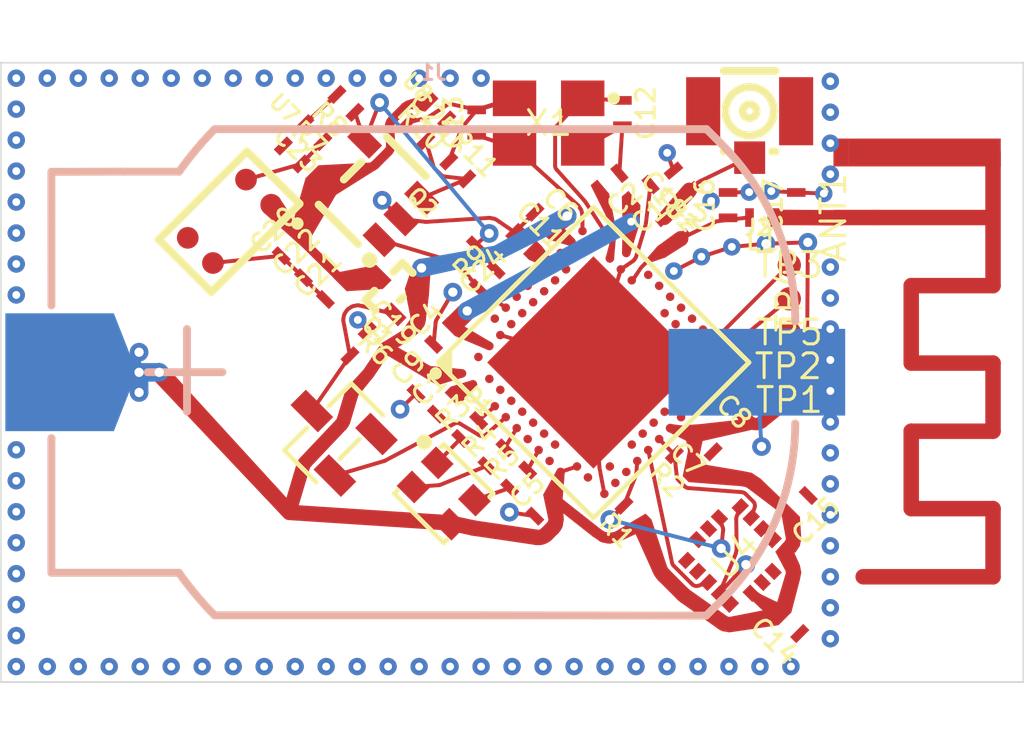
<source format=kicad_pcb>
(kicad_pcb (version 20221018) (generator jitx)
  (layers (0 F.Cu signal) (31 B.Cu signal) (34 "B.Paste" user) (35 "F.Paste" user) (36 "B.SilkS" user "B.Silkscreen") (37 "F.SilkS" user "F.Silkscreen") (38 "B.Mask" user) (39 "F.Mask" user) (44 "Edge.Cuts" user))
  (net 1 "SA0")
  (net 2 "WAKE")
  (net 3 "mcu_control-pins2_control-pins_timer")
  (net 4 "mcu_debug_swdclk")
  (net 5 "Rg_p1")
  (net 6 "TEST-LAUNCH")
  (net 7 "vout")
  (net 8 "mcu_vdda-sw_gpio")
  (net 9 "XC1")
  (net 10 "VDDA")
  (net 11 "gnd")
  (net 12 "mcu_control-pins1_control-pins_timer")
  (net 13 "DEC6")
  (net 14 "r")
  (net 15 "op-")
  (net 16 "vref")
  (net 17 "G")
  (net 18 "LAUNCH")
  (net 19 "DEC2")
  (net 20 "I2C_sda")
  (net 21 "FEED")
  (net 22 "acc_ADC3")
  (net 23 "b")
  (net 24 "VDD")
  (net 25 "mcu_debug_swo")
  (net 26 "DEC3")
  (net 27 "signal")
  (net 28 "acc_ADC2")
  (net 29 "mcu_control-pins0_control-pins_timer")
  (net 30 "DEC1")
  (net 31 "acc_ADC1")
  (net 32 "g")
  (net 33 "mcu_debug_swdio")
  (net 34 "XC2")
  (net 35 "CS")
  (net 36 "I2C_scl")
  (net 37 "acc_INT2")
  (footprint "nrf-pours:dummy0" (layer F.Cu) (at 153.196030303803 103.0 0.0))
  (footprint "nrf-pours:dummy1" (layer F.Cu) (at 152.821030303803 100.9 0.0))
  (footprint "nrf-pours:dummy2" (layer F.Cu) (at 144.832983899709 102.556347810678 0.0))
  (footprint "nrf-pours:dummy3" (layer F.Cu) (at 132.157650331006 103.102069802981 0.0))
  (footprint "nrf-pours:dummy4" (layer F.Cu) (at 134.675619745047 104.953689406591 0.0))
  (footprint "nrf-pours:dummy5" (layer F.Cu) (at 133.700655156591 104.714793602608 0.0))
  (footprint "nrf-pours:dummy6" (layer F.Cu) (at 133.940110328976 101.83009276042 0.0))
  (footprint "nrf-pours:dummy7" (layer F.Cu) (at 136.534676752677 99.2695423323119 0.0))
  (footprint "nrf-pours:dummy8" (layer F.Cu) (at 133.139975800043 102.638826878914 0.0))
  (footprint "nrf-pours:dummy9" (layer F.Cu) (at 132.987090873823 104.00882747385 0.0))
  (footprint "nrf-pours:dummy10" (layer F.Cu) (at 140.686835104703 104.584469609966 0.0))
  (footprint "nrf-pours:dummy11" (layer F.Cu) (at 137.793508374407 106.270954232536 0.0))
  (footprint "nrf-pours:dummy12" (layer F.Cu) (at 143.341259250614 102.77734493568 0.0))
  (footprint "nrf-pours:dummy13" (layer F.Cu) (at 143.335394426892 103.567491342428 0.0))
  (footprint "nrf-pours:dummy14" (layer F.Cu) (at 138.069859005388 106.745352757685 0.0))
  (footprint "nrf-pours:dummy15" (layer F.Cu) (at 140.352528170293 104.191431937261 0.0))
  (footprint "nrf-pours:dummy16" (layer F.Cu) (at 144.18363683328 104.172406911218 0.0))
  (footprint "nrf-pours:dummy17" (layer F.Cu) (at 143.648798420485 104.686855788887 0.0))
  (footprint "nrf-pours:dummy18" (layer F.Cu) (at 144.659152069015 103.871942399096 0.0))
  (footprint "nrf-pours:dummy19" (layer F.Cu) (at 127.788392857143 107.999017857143 0.0))
  (footprint "nrf-pours:dummy20" (layer F.Cu) (at 127.463392857143 108.324017857143 0.0))
  (footprint "nrf-pours:dummy21" (layer F.Cu) (at 125.456696428571 107.995 0.0))
  (footprint "nrf-pours:dummy22" (layer F.Cu) (at 138.928738806268 103.789820054606 0.0))
  (footprint "nrf-pours:dummy23" (layer F.Cu) (at 147.791664539424 115.57452717426 0.0))
  (footprint "nrf-pours:dummy24" (layer F.Cu) (at 146.89768109769 111.895171261956 0.0))
  (footprint "nrf-pours:dummy25" (layer F.Cu) (at 134.58429541809 108.355955913305 0.0))
  (footprint "nrf-pours:dummy26" (layer F.Cu) (at 145.092010958529 109.980159332768 0.0))
  (footprint "nrf-pours:dummy27" (layer F.Cu) (at 146.723202003174 108.329112642467 0.0))
  (footprint "nrf-pours:dummy28" (layer F.Cu) (at 148.363914168919 114.818676706366 0.0))
  (footprint "nrf-pours:dummy29" (layer F.Cu) (at 136.28621506185 106.635754482965 0.0))
  (footprint "nrf-pours:dummy30" (layer F.Cu) (at 136.42746241043 105.62561531101 0.0))
  (footprint "nrf-pours:dummy31" (layer F.Cu) (at 136.458107702016 105.063317943644 0.0))
  (footprint "nrf-pours:dummy32" (layer F.Cu) (at 141.032376846273 103.512887558251 0.0))
  (footprint "nrf-pours:dummy33" (layer F.Cu) (at 145.363771657624 110.610181461888 0.0))
  (footprint "nrf-pours:dummy34" (layer F.Cu) (at 130.188611668259 110.235009575374 0.0))
  (footprint "nrf-pours:dummy35" (layer F.Cu) (at 141.044393626727 103.185161636534 0.0))
  (footprint "nrf-pours:dummy36" (layer F.Cu) (at 148.415314640163 113.14128053654 0.0))
  (footprint "nrf-pours:dummy37" (layer F.Cu) (at 143.938761684823 113.503667282363 0.0))
  (footprint "nrf-pours:dummy38" (layer F.Cu) (at 147.393139892784 115.970000108459 0.0))
  (footprint "nrf-pours:dummy39" (layer F.Cu) (at 135.76303238669 106.994777470063 0.0))
  (footprint "nrf-pours:dummy40" (layer F.Cu) (at 146.904649092335 108.642440592089 0.0))
  (footprint "nrf-pours:dummy41" (layer F.Cu) (at 140.837598242421 112.373634496671 0.0))
  (footprint "nrf-pours:dummy42" (layer F.Cu) (at 146.860309529747 109.508072952728 0.0))
  (footprint "nrf-pours:dummy43" (layer F.Cu) (at 137.344144888484 108.105735092766 0.0))
  (footprint "nrf-pours:dummy44" (layer F.Cu) (at 143.327610350271 113.045824264322 0.0))
  (footprint "nrf-pours:dummy45" (layer F.Cu) (at 141.495827693592 112.611250418279 0.0))
  (footprint "nrf-pours:dummy46" (layer F.Cu) (at 140.852458854769 111.725714224405 0.0))
  (footprint "nrf-pours:dummy47" (layer F.Cu) (at 136.260674678079 107.707959954737 0.0))
  (footprint "nrf-pours:dummy48" (layer F.Cu) (at 142.45256248672 103.11795330726 0.0))
  (footprint "nrf-pours:dummy49" (layer F.Cu) (at 137.850773056959 108.664542366255 0.0))
  (footprint "nrf-pours:Pkg0402_18" (layer F.Cu) (at 139.713682040893 111.445044312928 135.0)
    (fp_text reference "R5")
    (fp_text value "510R")
  )
  (footprint "nrf-pours:Pkg0402_7" (layer F.Cu) (at 137.747686254853 101.465561728279 45.0)
    (fp_text reference "R11")
    (fp_text value "51K")
  )
  (footprint "nrf-pours:Pkg0402_3" (layer F.Cu) (at 137.101750984991 99.5593579789853 225.0)
    (fp_text reference "R10")
    (fp_text value "51K")
  )
  (footprint "nrf-pours:Pkg0402_11" (layer F.Cu) (at 138.979449755519 110.726947454605 135.0)
    (fp_text reference "R4")
    (fp_text value "1K8")
  )
  (footprint "nrf-pours:LP_2" (layer F.Cu) (at 135.644695203656 105.342065491754 315.0)
    (fp_text reference "Q2")
    (fp_text value "~")
  )
  (footprint "nrf-pours:Pkg0402_30" (layer F.Cu) (at 145.027693712564 110.944502821074 225.0)
    (fp_text reference "R2")
    (fp_text value "8K2")
  )
  (footprint "nrf-pours:Pkg0402_29" (layer F.Cu) (at 138.027885954711 104.175682424828 315.0)
    (fp_text reference "C24")
    (fp_text value "150p")
  )
  (footprint "nrf-pours:Pkg0402_26" (layer F.Cu) (at 137.349153771548 109.058839732051 135.0)
    (fp_text reference "C1")
    (fp_text value "100n")
  )
  (footprint "nrf-pours:Pkg0402_33" (layer F.Cu) (at 138.693849509647 104.982611358321 135.0)
    (fp_text reference "R9")
    (fp_text value "51K")
  )
  (footprint "nrf-pours:Pkg0402_31" (layer F.Cu) (at 142.648843199909 101.834374169421 310.0)
    (fp_text reference "C2")
    (fp_text value "100p")
  )
  (footprint "nrf-pours:SMD_TESTPT" (layer F.Cu) (at 148.446810220819 106.71452554388 0.0)
    (fp_text value "~" hide)
    (fp_text reference "TP5")
  )
  (footprint "nrf-pours:LP" (layer F.Cu) (at 137.294626309186 111.912456421559 315.0)
    (fp_text reference "D1")
    (fp_text value "~")
  )
  (footprint "nrf-pours:Pkg0402_6" (layer F.Cu) (at 144.699435472139 103.330584557432 40.0)
    (fp_text reference "L2")
    (fp_text value "4.7n")
  )
  (footprint "nrf-pours:Pkg0402_4" (layer F.Cu) (at 138.133041209956 109.844771894062 135.0)
    (fp_text reference "R3")
    (fp_text value "1K8")
  )
  (footprint "nrf-pours:Pkg0402_21" (layer F.Cu) (at 133.102670557979 100.258567725559 225.0)
    (fp_text reference "C23")
    (fp_text value "1u")
  )
  (footprint "nrf-pours:Pkg0402_23" (layer F.Cu) (at 134.13948110752 99.3146746713034 225.0)
    (fp_text reference "R8")
    (fp_text value "1K5")
  )
  (footprint "nrf-pours:Pkg0402_35" (layer F.Cu) (at 144.970123569026 101.797755816059 220.0)
    (fp_text reference "C18")
    (fp_text value "500f")
  )
  (footprint "nrf-pours:SMD_TESTPT" (layer F.Cu) (at 148.414822056908 107.804200937985 0.0)
    (fp_text value "~" hide)
    (fp_text reference "TP2")
  )
  (footprint "nrf-pours:Pkg0402_8" (layer F.Cu) (at 140.524098242421 112.352756323603 135.0)
    (fp_text reference "C5")
    (fp_text value "4.7u")
  )
  (footprint "nrf-pours:SMD_TESTPT" (layer F.Cu) (at 148.446810220819 104.53517475567 0.0)
    (fp_text value "~" hide)
    (fp_text reference "TP3")
  )
  (footprint "nrf-pours:SMD_TESTPT" (layer F.Cu) (at 148.446810220819 108.89387633209 0.0)
    (fp_text value "~" hide)
    (fp_text reference "TP1")
  )
  (footprint "nrf-pours:Pkg0402" (layer F.Cu) (at 137.256995582516 106.805347616656 135.0)
    (fp_text reference "C4")
    (fp_text value "1u")
  )
  (footprint "nrf-pours:SMD_TESTPT" (layer F.Cu) (at 148.446810220819 105.624850149775 90.0)
    (fp_text value "~" hide)
    (fp_text reference "TP4")
  )
  (footprint "nrf-pours:LP_1" (layer F.Cu) (at 147.176757675186 99.8785654974479 180.0)
    (fp_text reference "J2")
    (fp_text value "~")
  )
  (footprint "nrf-pours:Pkg0402_24" (layer F.Cu) (at 147.194464739008 108.741533675068 225.0)
    (fp_text reference "C8")
    (fp_text value "100n")
  )
  (footprint "nrf-pours:Pkg0402_28" (layer F.Cu) (at 136.68945082519 108.395550739439 135.0)
    (fp_text reference "C9")
    (fp_text value "1u")
  )
  (footprint "nrf-pours:Pkg0402_1" (layer F.Cu) (at 133.764016202939 105.356369542349 135.0)
    (fp_text reference "C21")
    (fp_text value "10u")
  )
  (footprint "nrf-pours:XDCR_LIS3DHTR" (layer F.Cu) (at 146.70527874732 113.914018447543 225.0)
    (fp_text value "~" hide)
    (fp_text reference "U4")
  )
  (footprint "nrf-pours:ANTENNA_2GHZ4_INVERTED_F_GEOMETRY" (layer F.Cu) (at 149.871030303803 103.0 270.0)
    (fp_text value "~" hide)
    (fp_text reference "ANT1")
  )
  (footprint "nrf-pours:LP_4" (layer F.Cu) (at 134.989778266065 102.124979800699 315.0)
    (fp_text reference "U8")
    (fp_text value "~")
  )
  (footprint "nrf-pours:Pkg0402_34" (layer F.Cu) (at 143.6552311592 102.198541122058 310.0)
    (fp_text reference "C10")
    (fp_text value "100n")
  )
  (footprint "nrf-pours:Pkg0402_2" (layer F.Cu) (at 148.767668482815 112.266208409492 315.0)
    (fp_text reference "C15")
    (fp_text value "100n")
  )
  (footprint "nrf-pours:Pkg0402_16" (layer F.Cu) (at 132.40978450465 100.979187681433 45.0)
    (fp_text reference "R7")
    (fp_text value "0R")
  )
  (footprint "nrf-pours:Pkg0402_32" (layer F.Cu) (at 148.493988444506 116.143867232769 225.0)
    (fp_text reference "C14")
    (fp_text value "10u")
  )
  (footprint "nrf-pours:Pkg0402_19" (layer F.Cu) (at 145.699849602684 110.275860102703 225.0)
    (fp_text reference "C7")
    (fp_text value "100n")
  )
  (footprint "nrf-pours:LP_6" (layer F.Cu) (at 142.125389109559 107.679228748611 315.0)
    (fp_text reference "U2")
    (fp_text value "~")
  )
  (footprint "nrf-pours:Pkg0402_15" (layer F.Cu) (at 140.530380834836 103.119543135079 45.0)
    (fp_text reference "C6")
    (fp_text value "100n")
  )
  (footprint "nrf-pours:Pkg0402_9" (layer F.Cu) (at 133.057662816897 104.652848956214 135.0)
    (fp_text reference "C22")
    (fp_text value "10n")
  )
  (footprint "nrf-pours:Pkg0402_14" (layer F.Cu) (at 132.336887637403 103.944437284832 135.0)
    (fp_text reference "C20")
    (fp_text value "100n")
  )
  (footprint "nrf-pours:Pkg0402_27" (layer F.Cu) (at 138.357818164243 99.9333874537255 180.0)
    (fp_text reference "C13")
    (fp_text value "15p")
  )
  (footprint "nrf-pours:LP_5" (layer F.Cu) (at 130.36902013394 103.133472178763 315.0)
    (fp_text reference "U7")
    (fp_text value "~")
  )
  (footprint "nrf-pours:XTAL_4_3225" (layer F.Cu) (at 140.679609459767 99.9504122753705 180.0)
    (fp_text value "~" hide)
    (fp_text reference "X1")
  )
  (footprint "nrf-pours:Pkg0402_22" (layer F.Cu) (at 143.060657623515 99.6270200854039 0.0)
    (fp_text reference "C12")
    (fp_text value "15p")
  )
  (footprint "nrf-pours:Pkg0402_12" (layer F.Cu) (at 139.877790264062 103.769525111912 45.0)
    (fp_text reference "C11")
    (fp_text value "100n")
  )
  (footprint "nrf-pours:LP_3" (layer B.Cu) (at 136.7 108.0 0.0)
    (fp_text reference "J1")
    (fp_text value "~")
  )
  (footprint "nrf-pours:Pkg0402_17" (layer F.Cu) (at 136.424904340565 100.225629593177 45.0)
    (fp_text reference "C25")
    (fp_text value "10n")
  )
  (footprint "nrf-pours:Pkg0402_25" (layer F.Cu) (at 135.114960457923 106.939292252937 45.0)
    (fp_text reference "C19")
    (fp_text value "100n")
  )
  (footprint "nrf-pours:Pkg0402_5" (layer F.Cu) (at 146.471574144289 102.6 180.0)
    (fp_text reference "C16")
    (fp_text value "800f")
  )
  (footprint "nrf-pours:Pkg0402_10" (layer F.Cu) (at 148.671574144289 102.6 180.0)
    (fp_text reference "C17")
    (fp_text value "500f")
  )
  (footprint "nrf-pours:Pkg0402_13" (layer F.Cu) (at 147.571574144289 103.0 270.0)
    (fp_text reference "L1")
    (fp_text value "4.7n")
  )
  (footprint "nrf-pours:Pkg0402_20" (layer F.Cu) (at 134.559103634867 107.753684700701 45.0)
    (fp_text reference "R6")
    (fp_text value "910K")
  )
  (footprint "nrf-pours:Pkg0402_30" (layer F.Cu) (at 143.401807495489 112.583127119104 225.0)
    (fp_text reference "R1")
    (fp_text value "8K2")
  )
  (footprint "nrf-pours:LP_7" (layer F.Cu) (at 133.745606089823 109.954779426337 315.0)
    (fp_text reference "Q1")
    (fp_text value "~")
  )
  (segment (start 155.021030303803 100.9) (end 155.021030303803 105.2) (layer F.Cu) (width 0.5) (net 0))
  (segment (start 155.021030303803 105.2) (end 152.381030303803 105.2) (layer F.Cu) (width 0.5) (net 0))
  (segment (start 152.381030303803 105.2) (end 152.381030303803 107.7) (layer F.Cu) (width 0.5) (net 0))
  (segment (start 152.381030303803 107.7) (end 155.021030303803 107.7) (layer F.Cu) (width 0.5) (net 0))
  (segment (start 155.021030303803 107.7) (end 155.021030303803 109.9) (layer F.Cu) (width 0.5) (net 0))
  (segment (start 155.021030303803 109.9) (end 152.381030303803 109.9) (layer F.Cu) (width 0.5) (net 0))
  (segment (start 152.381030303803 109.9) (end 152.381030303803 112.4) (layer F.Cu) (width 0.5) (net 0))
  (segment (start 152.381030303803 112.4) (end 155.021030303803 112.4) (layer F.Cu) (width 0.5) (net 0))
  (segment (start 155.021030303803 112.4) (end 155.021030303803 114.6) (layer F.Cu) (width 0.5) (net 0))
  (segment (start 155.021030303803 114.6) (end 150.831030303803 114.6) (layer F.Cu) (width 0.5) (net 0))
  (segment (start 144.246709453118 110.154102482764) (end 144.737878065891 110.6546871744) (layer F.Cu) (width 0.127) (net 36))
  (segment (start 147.21793116368 112.694259249996) (end 147.327869013243 112.36581835846) (layer F.Cu) (width 0.127) (net 36))
  (arc (start 147.327869013243 112.36581835846) (mid 147.332651808155 112.261698778097) (end 147.281924327378 112.170646678528) (layer F.Cu) (width 0.127) (net 36))
  (segment (start 147.281924327378 112.170646678528) (end 147.034436953962 111.923159305112) (layer F.Cu) (width 0.127) (net 36))
  (arc (start 147.034436953962 111.923159305112) (mid 146.97932431721 111.884786602947) (end 146.914320711139 111.867922493156) (layer F.Cu) (width 0.127) (net 36))
  (segment (start 146.914320711139 111.867922493156) (end 145.189882808868 111.735484238855) (layer F.Cu) (width 0.127) (net 36))
  (arc (start 145.189882808868 111.735484238855) (mid 145.124879202797 111.718620129064) (end 145.069766566045 111.680247426898) (layer F.Cu) (width 0.127) (net 36))
  (segment (start 145.069766566045 111.680247426898) (end 144.871580400087 111.48206126094) (layer F.Cu) (width 0.127) (net 36))
  (arc (start 144.871580400087 111.48206126094) (mid 144.834572870182 111.429852599721) (end 144.816942717154 111.368334478163) (layer F.Cu) (width 0.127) (net 36))
  (segment (start 144.816942717154 111.368334478163) (end 144.737878065891 110.6546871744) (layer F.Cu) (width 0.127) (net 36))
  (segment (start 143.893156062525 110.507655873357) (end 144.662743065586 114.14787590278) (layer F.Cu) (width 0.127) (net 2))
  (arc (start 144.662743065586 114.14787590278) (mid 144.681659038967 114.199279872342) (end 144.714419604889 114.243176654185) (layer F.Cu) (width 0.127) (net 2))
  (segment (start 144.714419604889 114.243176654185) (end 145.315460368898 114.844217418194) (layer F.Cu) (width 0.127) (net 2))
  (arc (start 145.315460368898 114.844217418194) (mid 145.406512468467 114.894944898972) (end 145.51063204883 114.89016210406) (layer F.Cu) (width 0.127) (net 2))
  (segment (start 145.51063204883 114.89016210406) (end 145.839072940366 114.780224254497) (layer F.Cu) (width 0.127) (net 2))
  (segment (start 140.357622156592 110.507655873357) (end 140.003497687567 111.155228666254) (layer F.Cu) (width 0.127) (net 3))
  (segment (start 146.014476406085 106.972121967425) (end 148.446810220819 104.53517475567) (layer F.Cu) (width 0.127) (net 4))
  (segment (start 132.812854911305 99.968752078886) (end 133.849665460847 99.02485902463) (layer F.Cu) (width 0.127) (net 5))
  (segment (start 145.222184499386 102.118619185211) (end 145.42604889954 101.930213118621) (layer F.Cu) (width 0.127) (net 6))
  (arc (start 145.42604889954 101.930213118621) (mid 145.440301269514 101.917589864468) (end 145.455074834803 101.905580769418) (layer F.Cu) (width 0.127) (net 6))
  (segment (start 145.455074834803 101.905580769418) (end 145.491489990536 101.877237716034) (layer F.Cu) (width 0.127) (net 6))
  (arc (start 145.491489990536 101.877237716034) (mid 145.521759040091 101.855626030044) (end 145.55370938438 101.836587757219) (layer F.Cu) (width 0.127) (net 6))
  (segment (start 145.55370938438 101.836587757219) (end 145.594292998111 101.814625003778) (layer F.Cu) (width 0.127) (net 6))
  (arc (start 145.594292998111 101.814625003778) (mid 145.603136793127 101.809965226242) (end 145.612081912129 101.805503042582) (layer F.Cu) (width 0.127) (net 6))
  (segment (start 145.612081912129 101.805503042582) (end 147.056804192448 101.104748096517) (layer F.Cu) (width 0.127) (net 6))
  (segment (start 137.738070308038 104.465498071502) (end 135.23726563948 103.715970058368) (layer F.Cu) (width 0.127) (net 7))
  (segment (start 139.296961984813 105.911461795645) (end 138.404033862973 105.272427004994) (layer F.Cu) (width 0.127) (net 7))
  (segment (start 137.738070308038 104.465498071502) (end 138.404033862973 105.272427004994) (layer F.Cu) (width 0.127) (net 7))
  (segment (start 139.296961984813 109.446995701577) (end 138.662150808597 110.008834527414) (layer F.Cu) (width 0.127) (net 8))
  (arc (start 138.662150808597 110.008834527414) (mid 138.552980061261 110.055913750706) (end 138.437155160655 110.029094024025) (layer F.Cu) (width 0.127) (net 8))
  (segment (start 138.437155160655 110.029094024025) (end 137.828927259257 109.660449764098) (layer F.Cu) (width 0.127) (net 8))
  (arc (start 137.828927259257 109.660449764098) (mid 137.735352110867 109.632932468769) (end 137.64042282395 109.655336495723) (layer F.Cu) (width 0.127) (net 8))
  (segment (start 137.64042282395 109.655336495723) (end 135.408682465919 110.847589804731) (layer F.Cu) (width 0.127) (net 8))
  (arc (start 135.408682465919 110.847589804731) (mid 135.391189887751 110.855822556942) (end 135.372952958092 110.862239947109) (layer F.Cu) (width 0.127) (net 8))
  (segment (start 135.372952958092 110.862239947109) (end 133.781668535663 111.33293054287) (layer F.Cu) (width 0.127) (net 8))
  (segment (start 142.478942500152 103.436588061492) (end 141.929518840248 102.592457797947) (layer F.Cu) (width 0.127) (net 9))
  (arc (start 141.929518840248 102.592457797947) (mid 141.928050160193 102.590216139059) (end 141.926567991702 102.587983375694) (layer F.Cu) (width 0.127) (net 9))
  (segment (start 141.926567991702 102.587983375694) (end 141.861536166305 102.490656371048) (layer F.Cu) (width 0.127) (net 9))
  (arc (start 141.861536166305 102.490656371048) (mid 141.843176316327 102.465175942447) (end 141.823063106259 102.441055513064) (layer F.Cu) (width 0.127) (net 9))
  (segment (start 141.823063106259 102.441055513064) (end 140.937702952929 101.452505915326) (layer F.Cu) (width 0.127) (net 9))
  (arc (start 140.937702952929 101.452505915326) (mid 140.901672055671 101.393445577684) (end 140.889109459767 101.325412275371) (layer F.Cu) (width 0.127) (net 9))
  (segment (start 140.889109459767 101.325412275371) (end 140.889109459767 100.175412275371) (layer F.Cu) (width 0.127) (net 9))
  (arc (start 140.889109459767 100.175412275371) (mid 140.902461813149 100.105348295342) (end 140.940647111185 100.045106037314) (layer F.Cu) (width 0.127) (net 9))
  (segment (start 140.940647111185 100.045106037314) (end 141.779609459767 99.1504122753705) (layer F.Cu) (width 0.127) (net 9))
  (segment (start 143.060657623515 99.2171588672905) (end 141.779609459767 99.1504122753705) (layer F.Cu) (width 0.127) (net 9))
  (arc (start 134.989715559652 101.355589598484) (mid 135.037605203433 101.329992050586) (end 135.079580827276 101.295543546367) (layer F.Cu) (width 0.3) (net 10))
  (segment (start 135.079580827276 101.295543546367) (end 135.503844895988 100.871279477655) (layer F.Cu) (width 0.3) (net 10))
  (arc (start 135.503844895988 100.871279477655) (mid 135.567076876818 100.773369565102) (end 135.584435897444 100.658116370879) (layer F.Cu) (width 0.3) (net 10))
  (segment (start 135.584435897444 100.658116370879) (end 135.547403996712 100.066147426268) (layer F.Cu) (width 0.3) (net 10))
  (arc (start 135.547403996712 100.066147426268) (mid 135.564763017337 99.950894232044) (end 135.627994998168 99.8529843194913) (layer F.Cu) (width 0.3) (net 10))
  (segment (start 135.627994998168 99.8529843194913) (end 136.05225906688 99.4287202507794) (layer F.Cu) (width 0.3) (net 10))
  (arc (start 136.05225906688 99.4287202507794) (mid 136.05225906688 99.4287202507794) (end 136.05225906688 99.4287202507794) (layer F.Cu) (width 0.3) (net 10))
  (segment (start 147.550446428571 110.396339285714) (end 147.4 107.995) (layer B.Cu) (width 0.127) (net 11))
  (segment (start 146.591012533098 103.947653318938) (end 147.693393485479 103.845867604652) (layer F.Cu) (width 0.127) (net 11))
  (segment (start 135.886982762156 109.190947734661) (end 136.399635178516 108.685366386113) (layer F.Cu) (width 0.127) (net 11))
  (segment (start 142.962815108494 101.570920456726) (end 143.060657623515 100.036881303517) (layer F.Cu) (width 0.127) (net 11))
  (segment (start 146.591012533098 103.947653318938) (end 145.611251691234 104.266851607581) (layer F.Cu) (width 0.127) (net 11))
  (segment (start 146.471574144289 102.190138781887) (end 147.150985398094 102.17894825333) (layer F.Cu) (width 0.127) (net 11))
  (segment (start 146.864377773087 112.340705859403) (end 146.745790961908 112.659113095839) (layer F.Cu) (width 0.127) (net 11))
  (arc (start 146.745790961908 112.659113095839) (mid 146.736011521802 112.6953746098) (end 146.733113881164 112.73281974997) (layer F.Cu) (width 0.127) (net 11))
  (segment (start 146.733113881164 112.73281974997) (end 146.74818854659 113.682756164825) (layer F.Cu) (width 0.127) (net 11))
  (arc (start 146.74818854659 113.682756164825) (mid 146.747392049658 113.704165251141) (end 146.74433260319 113.725369570786) (layer F.Cu) (width 0.127) (net 11))
  (segment (start 146.74433260319 113.725369570786) (end 146.721496462943 113.840174600496) (layer F.Cu) (width 0.127) (net 11))
  (arc (start 146.721496462943 113.840174600496) (mid 146.716734671093 113.85922261636) (end 146.710146113156 113.877718358419) (layer F.Cu) (width 0.127) (net 11))
  (segment (start 146.710146113156 113.877718358419) (end 146.19262633096 115.13377764509) (layer F.Cu) (width 0.127) (net 11))
  (segment (start 147.484280385681 109.031349321742) (end 148.414822056908 107.804200937985) (layer F.Cu) (width 0.127) (net 11))
  (segment (start 129.847175329424 104.468489781643) (end 132.04707199073 104.234252931506) (layer F.Cu) (width 0.127) (net 11))
  (segment (start 143.969203067786 101.935087409363) (end 143.822805693498 103.157213476105) (layer F.Cu) (width 0.127) (net 11))
  (arc (start 143.822805693498 103.157213476105) (mid 143.821730269452 103.164928381046) (end 143.820358199086 103.172596087225) (layer F.Cu) (width 0.127) (net 11))
  (segment (start 143.820358199086 103.172596087225) (end 143.79909014047 103.279517838228) (layer F.Cu) (width 0.127) (net 11))
  (arc (start 143.79909014047 103.279517838227) (mid 143.79696881377 103.288987588388) (end 143.794395122598 103.298344527461) (layer F.Cu) (width 0.127) (net 11))
  (segment (start 143.794395122598 103.298344527461) (end 143.506506325828 104.25454874891) (layer F.Cu) (width 0.127) (net 11))
  (arc (start 143.506506325828 104.25454874891) (mid 143.495778360016 104.282489809224) (end 143.481039578744 104.308539001699) (layer F.Cu) (width 0.127) (net 11))
  (segment (start 143.481039578744 104.308539001699) (end 143.451233325437 104.353147212162) (layer F.Cu) (width 0.127) (net 11))
  (arc (start 143.451233325437 104.353147212162) (mid 143.427003746503 104.382860279953) (end 143.397596480997 104.407460109796) (layer F.Cu) (width 0.127) (net 11))
  (segment (start 143.397596480997 104.407460109796) (end 143.009272586042 104.674024928568) (layer F.Cu) (width 0.127) (net 11))
  (segment (start 149.559074144289 102.224067353315) (end 148.671574144289 102.190138781887) (layer F.Cu) (width 0.127) (net 11))
  (segment (start 138.357818164243 99.5235262356122) (end 139.579609459767 99.1504122753705) (layer F.Cu) (width 0.15) (net 11))
  (segment (start 143.060657623515 100.036881303517) (end 141.779609459767 100.750412275371) (layer F.Cu) (width 0.15) (net 11))
  (segment (start 143.009272586042 104.674024928568) (end 142.125389109559 107.679228748611) (layer F.Cu) (width 0.127) (net 11))
  (segment (start 136.967179935842 107.09516326333) (end 137.03448336506 106.383474994731) (layer F.Cu) (width 0.127) (net 11))
  (arc (start 137.03448336506 106.383474994731) (mid 137.043478216964 106.340054595172) (end 137.061730247848 106.299642940576) (layer F.Cu) (width 0.127) (net 11))
  (segment (start 137.061730247848 106.299642940576) (end 137.587944365314 105.410140357831) (layer F.Cu) (width 0.127) (net 11))
  (segment (start 134.521723997518 106.304683134281) (end 134.825144811249 106.649476606264) (layer F.Cu) (width 0.127) (net 11))
  (segment (start 147.046520903776 114.206962685463) (end 146.19262633096 115.13377764509) (layer F.Cu) (width 0.127) (net 11))
  (segment (start 135.909017081608 103.044218616241) (end 136.698172043488 103.138719654011) (layer F.Cu) (width 0.127) (net 11))
  (arc (start 136.698172043488 103.138719654011) (mid 136.716588467259 103.140074921196) (end 136.735051702365 103.139742711729) (layer F.Cu) (width 0.127) (net 11))
  (segment (start 136.735051702365 103.139742711729) (end 138.748549284187 103.011277838413) (layer F.Cu) (width 0.127) (net 11))
  (arc (start 138.748549284187 103.011277838413) (mid 138.774797328703 103.011311981043) (end 138.800819351627 103.014749324438) (layer F.Cu) (width 0.127) (net 11))
  (segment (start 138.800819351627 103.014749324438) (end 138.915624381336 103.037585464684) (layer F.Cu) (width 0.127) (net 11))
  (arc (start 138.915624381336 103.037585464684) (mid 138.953518189627 103.049080425759) (end 138.988441323359 103.067747229641) (layer F.Cu) (width 0.127) (net 11))
  (segment (start 138.988441323359 103.067747229641) (end 139.085768328005 103.132779055038) (layer F.Cu) (width 0.127) (net 11))
  (arc (start 139.085768328005 103.132779055038) (mid 139.087068657166 103.133655226143) (end 139.088362146161 103.134541464232) (layer F.Cu) (width 0.127) (net 11))
  (segment (start 139.088362146161 103.134541464232) (end 139.587974617388 103.479709465238) (layer F.Cu) (width 0.127) (net 11))
  (segment (start 139.120185289516 106.795345272128) (end 142.125389109559 107.679228748611) (layer F.Cu) (width 0.127) (net 11))
  (segment (start 138.357818164243 99.5235262356122) (end 137.902169274623 100.074356547627) (layer F.Cu) (width 0.127) (net 11))
  (arc (start 137.902169274623 100.074356547627) (mid 137.883844179772 100.100459742718) (end 137.86985600981 100.12912186051) (layer F.Cu) (width 0.127) (net 11))
  (segment (start 137.86985600981 100.12912186051) (end 137.45787060818 101.175746081606) (layer F.Cu) (width 0.127) (net 11))
  (segment (start 144.720479476058 104.727118136101) (end 145.611251691234 104.266851607581) (layer F.Cu) (width 0.127) (net 11))
  (segment (start 136.135088693892 99.9358139465033) (end 136.749649106516 99.7762876825022) (layer F.Cu) (width 0.127) (net 11))
  (arc (start 136.749649106516 99.7762876825022) (mid 136.780478598728 99.7655601516671) (end 136.809177689347 99.7500070264003) (layer F.Cu) (width 0.127) (net 11))
  (segment (start 136.809177689347 99.7500070264003) (end 137.394324280634 99.3687089315703) (layer F.Cu) (width 0.127) (net 11))
  (arc (start 137.394324280634 99.3687089315703) (mid 137.468895413045 99.3391300389628) (end 137.549098891566 99.3409095642123) (layer F.Cu) (width 0.127) (net 11))
  (segment (start 137.549098891566 99.3409095642123) (end 138.357818164243 99.5235262356122) (layer F.Cu) (width 0.127) (net 11))
  (segment (start 144.706669856332 101.483783907473) (end 144.506646470608 100.909713989441) (layer F.Cu) (width 0.127) (net 11))
  (segment (start 147.693393485479 103.845867604652) (end 149.045179199765 103.800629509414) (layer F.Cu) (width 0.127) (net 11))
  (segment (start 132.767847170223 104.942664602887) (end 133.474200556266 105.646185189023) (layer F.Cu) (width 0.127) (net 11))
  (segment (start 135.909017081608 103.044218616241) (end 135.307976317599 102.443177852232) (layer F.Cu) (width 0.127) (net 11))
  (segment (start 142.478942500152 111.92186943573) (end 142.319700933021 111.075328957022) (layer F.Cu) (width 0.127) (net 11))
  (arc (start 142.319700933021 111.075328957022) (mid 142.317703385496 111.062427930508) (end 142.316543335374 111.049424816844) (layer F.Cu) (width 0.127) (net 11))
  (segment (start 142.316543335374 111.049424816844) (end 142.125389109559 107.679228748611) (layer F.Cu) (width 0.127) (net 11))
  (segment (start 139.587974617388 103.479709465238) (end 140.240565188162 102.829727488406) (layer F.Cu) (width 0.127) (net 11))
  (segment (start 139.413725687977 112.514425776791) (end 140.234282595748 112.642571970277) (layer F.Cu) (width 0.127) (net 11))
  (segment (start 147.864431287147 102.144900686648) (end 148.671574144289 102.190138781887) (layer F.Cu) (width 0.127) (net 11))
  (segment (start 132.767847170223 104.942664602887) (end 132.04707199073 104.234252931506) (layer F.Cu) (width 0.127) (net 11))
  (segment (start 149.045179199765 103.800629509414) (end 149.023804792034 106.716006489348) (layer F.Cu) (width 0.127) (net 11))
  (arc (start 149.023804792034 106.716006489348) (mid 149.022763605434 106.735061785304) (end 149.01992884746 106.753933788928) (layer F.Cu) (width 0.127) (net 11))
  (segment (start 149.01992884746 106.753933788928) (end 148.991383672152 106.897440076065) (layer F.Cu) (width 0.127) (net 11))
  (arc (start 148.991383672152 106.897440076065) (mid 148.980235386117 106.934491570316) (end 148.962227164022 106.968737759079) (layer F.Cu) (width 0.127) (net 11))
  (segment (start 148.962227164022 106.968737759079) (end 148.414822056908 107.804200937985) (layer F.Cu) (width 0.127) (net 11))
  (segment (start 139.650515375406 109.800549092171) (end 139.269265402192 110.437131807932) (layer F.Cu) (width 0.127) (net 12))
  (segment (start 137.08249427483 110.922506927898) (end 137.843225563283 110.134587540735) (layer F.Cu) (width 0.127) (net 14))
  (segment (start 138.761411106579 103.512867951079) (end 135.225474513801 99.286146378466) (layer B.Cu) (width 0.127) (net 15))
  (segment (start 138.317701601385 103.885866778155) (end 138.98366515632 104.692795711647) (layer F.Cu) (width 0.127) (net 15))
  (segment (start 134.429296754194 99.6044903179768) (end 134.74229089265 100.533989543029) (layer F.Cu) (width 0.127) (net 15))
  (segment (start 134.74229089265 100.533989543029) (end 135.225474513801 99.286146378466) (layer F.Cu) (width 0.127) (net 15))
  (segment (start 138.317701601385 103.885866778155) (end 138.761411106579 103.512867951079) (layer F.Cu) (width 0.127) (net 15))
  (segment (start 136.714719987238 100.51544523985) (end 137.391566631664 99.8491736256587) (layer F.Cu) (width 0.127) (net 16))
  (segment (start 138.037501901527 101.755377374952) (end 136.580768523735 102.372467174114) (layer F.Cu) (width 0.127) (net 16))
  (segment (start 136.714719987238 100.51544523985) (end 136.964242486944 101.343734047241) (layer F.Cu) (width 0.127) (net 16))
  (arc (start 136.964242486944 101.343734047241) (mid 136.983154218815 101.386564652383) (end 137.011941649029 101.423488874798) (layer F.Cu) (width 0.127) (net 16))
  (segment (start 137.011941649029 101.423488874798) (end 137.210127814987 101.621675040757) (layer F.Cu) (width 0.127) (net 16))
  (arc (start 137.210127814987 101.621675040757) (mid 137.262336476206 101.658682570662) (end 137.323854597764 101.676312723689) (layer F.Cu) (width 0.127) (net 16))
  (segment (start 137.323854597764 101.676312723689) (end 138.037501901527 101.755377374952) (layer F.Cu) (width 0.127) (net 16))
  (segment (start 134.269287988193 107.463869054027) (end 134.0551913075 106.34034272383) (layer F.Cu) (width 0.127) (net 17))
  (arc (start 134.0551913075 106.34034272383) (mid 134.051825540359 106.303916439961) (end 134.055484401601 106.267518427937) (layer F.Cu) (width 0.127) (net 17))
  (segment (start 134.055484401601 106.267518427937) (end 134.076752460218 106.160596676934) (layer F.Cu) (width 0.127) (net 17))
  (arc (start 134.076752460218 106.160596676934) (mid 134.087593005191 106.124860189413) (end 134.105197094991 106.091925253888) (layer F.Cu) (width 0.127) (net 17))
  (segment (start 134.105197094991 106.091925253888) (end 134.165763401711 106.001281370227) (layer F.Cu) (width 0.127) (net 17))
  (arc (start 134.165763401711 106.001281370227) (mid 134.189454521038 105.972413657801) (end 134.218322233464 105.948722538474) (layer F.Cu) (width 0.127) (net 17))
  (segment (start 134.218322233464 105.948722538474) (end 134.308966117125 105.888156231754) (layer F.Cu) (width 0.127) (net 17))
  (arc (start 134.308966117125 105.888156231754) (mid 134.34190105265 105.870552141954) (end 134.377637540171 105.85971159698) (layer F.Cu) (width 0.127) (net 17))
  (segment (start 134.377637540171 105.85971159698) (end 134.484559291174 105.838443538364) (layer F.Cu) (width 0.127) (net 17))
  (arc (start 134.484559291174 105.838443538364) (mid 134.521723997518 105.834783134281) (end 134.558888703862 105.838443538364) (layer F.Cu) (width 0.127) (net 17))
  (segment (start 134.558888703862 105.838443538364) (end 134.665810454865 105.85971159698) (layer F.Cu) (width 0.127) (net 17))
  (arc (start 134.665810454865 105.85971159698) (mid 134.670845415833 105.860784031971) (end 134.675849560501 105.861992123398) (layer F.Cu) (width 0.127) (net 17))
  (segment (start 134.675849560501 105.861992123398) (end 135.709041920744 106.12624691209) (layer F.Cu) (width 0.127) (net 17))
  (segment (start 133.038145755246 109.248026198541) (end 134.269287988193 107.463869054027) (layer F.Cu) (width 0.127) (net 17))
  (segment (start 148.67333493743 103.0) (end 150.111854065731 103.00954058454) (layer F.Cu) (width 0.5) (net 18))
  (segment (start 148.67333493743 103.0) (end 147.99299106483 102.995322036727) (layer F.Cu) (width 0.5) (net 18))
  (segment (start 142.652372441044 112.752930880202) (end 146.246213976549 113.685961325739) (layer B.Cu) (width 0.127) (net 20))
  (segment (start 146.246213976549 113.685961325739) (end 146.311236281284 113.104332800601) (layer F.Cu) (width 0.127) (net 20))
  (arc (start 146.311236281284 113.104332800601) (mid 146.311349722843 113.063043787182) (end 146.302564180523 113.022700141533) (layer F.Cu) (width 0.127) (net 20))
  (segment (start 146.302564180523 113.022700141533) (end 146.19262633096 112.694259249996) (layer F.Cu) (width 0.127) (net 20))
  (segment (start 143.111991848815 112.293311472431) (end 143.49021880632 111.337474820753) (layer F.Cu) (width 0.127) (net 20))
  (arc (start 143.49021880632 111.337474820753) (mid 143.495813793177 111.321229596008) (end 143.499922312976 111.304546332838) (layer F.Cu) (width 0.127) (net 20))
  (segment (start 143.499922312976 111.304546332838) (end 143.510388877255 111.251927360888) (layer F.Cu) (width 0.127) (net 20))
  (arc (start 143.510388877255 111.251927360888) (mid 143.512352285497 111.240133417657) (end 143.513571973867 111.228239535652) (layer F.Cu) (width 0.127) (net 20))
  (segment (start 143.513571973867 111.228239535652) (end 143.539602671932 110.861209263951) (layer F.Cu) (width 0.127) (net 20))
  (segment (start 143.111991848815 112.293311472431) (end 142.652372441044 112.752930880202) (layer F.Cu) (width 0.127) (net 20))
  (segment (start 144.942138090299 103.683574344393) (end 146.09489132524 103.123227741047) (layer F.Cu) (width 0.127) (net 21))
  (segment (start 147.146835346056 102.99513570764) (end 146.09489132524 103.123227741047) (layer F.Cu) (width 0.127) (net 21))
  (segment (start 138.284575802847 112.124588455915) (end 139.42386639422 111.734859959601) (layer F.Cu) (width 0.127) (net 23))
  (segment (start 127.463392857143 107.999017857143) (end 127.463392857143 107.349017857143) (layer B.Cu) (width 0.127) (net 24))
  (segment (start 134.335883829761 108.644084443) (end 134.064596301158 109.544070685193) (layer F.Cu) (width 0.45) (net 24))
  (arc (start 134.064596301158 109.544070685193) (mid 134.032130217356 109.618974298413) (end 133.983282588647 109.684384596076) (layer F.Cu) (width 0.45) (net 24))
  (segment (start 133.983282588647 109.684384596076) (end 132.836531702263 110.896572145335) (layer F.Cu) (width 0.45) (net 24))
  (arc (start 132.836531702263 110.896572145335) (mid 132.787358297366 110.962545798012) (end 132.754844660308 111.0381329001) (layer F.Cu) (width 0.45) (net 24))
  (segment (start 132.754844660308 111.0381329001) (end 132.313830479375 112.521001293606) (layer F.Cu) (width 0.45) (net 24))
  (arc (start 136.446253234153 106.376584583269) (mid 136.467706701109 106.305861980668) (end 136.474950650397 106.232312929268) (layer F.Cu) (width 0.5) (net 24))
  (segment (start 137.498305009599 112.86028130413) (end 132.313830479375 112.521001293606) (layer F.Cu) (width 0.5) (net 24))
  (arc (start 144.266155461691 114.349946058192) (mid 144.324466121342 114.459037629405) (end 144.402939067776 114.554657191298) (layer F.Cu) (width 0.5) (net 24))
  (segment (start 144.402939067776 114.554657191298) (end 145.003979831785 115.155697955307) (layer F.Cu) (width 0.5) (net 24))
  (arc (start 145.003979831785 115.155697955307) (mid 145.043507678326 115.191998254546) (end 145.085977141061 115.224808422362) (layer F.Cu) (width 0.5) (net 24))
  (segment (start 145.085977141061 115.224808422362) (end 146.293235594444 116.078044044411) (layer F.Cu) (width 0.5) (net 24))
  (arc (start 146.293235594444 116.078044044411) (mid 146.328768244589 116.100301848524) (end 146.366552728492 116.118476331915) (layer F.Cu) (width 0.5) (net 24))
  (arc (start 146.846055268346 109.144388273118) (mid 146.870946661215 109.269525755502) (end 146.941831350898 109.375612190566) (layer F.Cu) (width 0.4) (net 24))
  (segment (start 146.941831350898 109.375612190566) (end 147.140017516857 109.573798356525) (layer F.Cu) (width 0.4) (net 24))
  (arc (start 147.140017516857 109.573798356525) (mid 147.353956269797 109.669117274074) (end 147.576762459079 109.596916941179) (layer F.Cu) (width 0.4) (net 24))
  (segment (start 147.576762459079 109.596916941179) (end 148.446810220819 108.89387633209) (layer F.Cu) (width 0.4) (net 24))
  (segment (start 141.595059023669 111.037985959247) (end 141.064728937779 111.214762654544) (layer F.Cu) (width 0.127) (net 24))
  (segment (start 137.498305009599 112.86028130413) (end 138.238977998367 113.023124446906) (layer F.Cu) (width 0.5) (net 24))
  (arc (start 138.238977998367 113.023124446906) (mid 138.251921257634 113.025733395393) (end 138.264947937413 113.027887504621) (layer F.Cu) (width 0.5) (net 24))
  (segment (start 138.264947937413 113.027887504621) (end 140.292338342631 113.326766050428) (layer F.Cu) (width 0.5) (net 24))
  (arc (start 140.292338342631 113.326766050428) (mid 140.465739935515 113.311716192007) (end 140.613900803632 113.220376344119) (layer F.Cu) (width 0.5) (net 24))
  (segment (start 140.613900803632 113.220376344119) (end 140.81208696959 113.022190178161) (layer F.Cu) (width 0.5) (net 24))
  (arc (start 140.81208696959 113.022190178161) (mid 140.858971756921 112.965060899502) (end 140.89381029684 112.899882575655) (layer F.Cu) (width 0.5) (net 24))
  (arc (start 142.652372441044 113.354930880202) (mid 142.622771264664 113.353476667657) (end 142.593455163795 113.349128034884) (layer F.Cu) (width 0.35) (net 24))
  (segment (start 142.593455163795 113.349128034884) (end 142.478650134086 113.326291894637) (layer F.Cu) (width 0.35) (net 24))
  (arc (start 142.478650134086 113.326291894637) (mid 142.449901438804 113.319090721347) (end 142.42199701476 113.309106358774) (layer F.Cu) (width 0.35) (net 24))
  (segment (start 135.43085776696 107.198959699373) (end 134.857707006419 108.04282738361) (layer F.Cu) (width 0.4) (net 24))
  (segment (start 146.014476406085 108.386335529798) (end 146.04050710415 108.019305258096) (layer F.Cu) (width 0.127) (net 25))
  (arc (start 146.04050710415 108.019305258096) (mid 146.04172679252 108.007411376092) (end 146.043690200761 107.99561743286) (layer F.Cu) (width 0.127) (net 25))
  (segment (start 146.043690200761 107.99561743286) (end 146.054156765041 107.94299846091) (layer F.Cu) (width 0.127) (net 25))
  (arc (start 146.054156765041 107.94299846091) (mid 146.064997310014 107.907261973389) (end 146.082601399814 107.874327037864) (layer F.Cu) (width 0.127) (net 25))
  (segment (start 146.082601399814 107.874327037864) (end 146.112407653121 107.829718827401) (layer F.Cu) (width 0.127) (net 25))
  (arc (start 146.112407653121 107.829718827401) (mid 146.136098772449 107.800851114975) (end 146.164966484875 107.777159995648) (layer F.Cu) (width 0.127) (net 25))
  (segment (start 146.164966484875 107.777159995648) (end 146.209574695338 107.74735374234) (layer F.Cu) (width 0.127) (net 25))
  (arc (start 146.209574695338 107.74735374234) (mid 146.226460839344 107.737290548145) (end 146.244294101115 107.729021055329) (layer F.Cu) (width 0.127) (net 25))
  (segment (start 146.244294101115 107.729021055329) (end 146.491765492241 107.629436441894) (layer F.Cu) (width 0.127) (net 25))
  (arc (start 146.491765492241 107.629436441894) (mid 146.496620201818 107.627404504444) (end 146.50141692946 107.625239237996) (layer F.Cu) (width 0.127) (net 25))
  (segment (start 146.50141692946 107.625239237996) (end 148.446810220819 106.71452554388) (layer F.Cu) (width 0.127) (net 25))
  (segment (start 130.914199462235 101.775120052104) (end 132.699600151323 101.269003328106) (layer F.Cu) (width 0.127) (net 27))
  (segment (start 133.392486204652 100.548383372233) (end 132.699600151323 101.269003328106) (layer F.Cu) (width 0.127) (net 27))
  (segment (start 138.943408594219 109.093442310984) (end 138.42285685663 109.554956247388) (layer F.Cu) (width 0.127) (net 29))
  (segment (start 136.304676815525 111.700324387203) (end 137.131060327053 111.642878396275) (layer F.Cu) (width 0.127) (net 32))
  (arc (start 137.131060327053 111.642878396275) (mid 137.161009490278 111.63838343674) (end 137.189867881616 111.62919919543) (layer F.Cu) (width 0.127) (net 32))
  (segment (start 137.189867881616 111.62919919543) (end 138.689634108846 111.016763101278) (layer F.Cu) (width 0.127) (net 32))
  (segment (start 148.446810220819 105.624850149775) (end 146.368029796678 107.325675358018) (layer F.Cu) (width 0.127) (net 33))
  (segment (start 141.771835718966 103.436588061492) (end 141.770314962165 102.949145042441) (layer F.Cu) (width 0.127) (net 34))
  (arc (start 141.770314962165 102.949145042441) (mid 141.769369221674 102.930771396271) (end 141.766655485197 102.912574667637) (layer F.Cu) (width 0.127) (net 34))
  (segment (start 141.766655485197 102.912574667637) (end 141.743819344951 102.797769637928) (layer F.Cu) (width 0.127) (net 34))
  (arc (start 141.743819344951 102.797769637928) (mid 141.732978799977 102.762033150406) (end 141.715374710177 102.729098214881) (layer F.Cu) (width 0.127) (net 34))
  (segment (start 141.715374710177 102.729098214881) (end 141.65034288478 102.631771210235) (layer F.Cu) (width 0.127) (net 34))
  (arc (start 141.65034288478 102.631771210235) (mid 141.636143428261 102.613116751844) (end 141.619760140571 102.596347694991) (layer F.Cu) (width 0.127) (net 34))
  (segment (start 141.619760140571 102.596347694991) (end 139.579609459767 100.750412275371) (layer F.Cu) (width 0.127) (net 34))
  (segment (start 138.357818164243 100.343248671839) (end 139.579609459767 100.750412275371) (layer F.Cu) (width 0.127) (net 34))
  (via (at 147.693393485479 103.845867604652) (size 0.6) (drill 0.3) (layers F.Cu B.Cu) (net 11))
  (via (at 149.559074144289 102.224067353315) (size 0.5588) (drill 0.254) (layers F.Cu B.Cu) (net 11))
  (via (at 145.920703026626 102.466255259289) (size 0.5588) (drill 0.254) (layers F.Cu B.Cu) (net 11))
  (via (at 135.307976317599 102.443177852232) (size 0.6) (drill 0.3) (layers F.Cu B.Cu) (net 11))
  (via (at 145.611251691234 104.266851607581) (size 0.5588) (drill 0.254) (layers F.Cu B.Cu) (net 11))
  (via (at 147.150985398094 102.17894825333) (size 0.5588) (drill 0.254) (layers F.Cu B.Cu) (net 11))
  (via blind (at 147.550446428571 110.396339285714) (size 0.6) (drill 0.3) (layers F.Cu B.Cu) (net 11))
  (via (at 139.413725687977 112.514425776791) (size 0.6) (drill 0.3) (layers F.Cu B.Cu) (net 11))
  (via (at 144.506646470608 100.909713989441) (size 0.5588) (drill 0.254) (layers F.Cu B.Cu) (net 11))
  (via (at 146.591012533098 103.947653318938) (size 0.5588) (drill 0.254) (layers F.Cu B.Cu) (net 11))
  (via (at 134.521723997518 106.304683134281) (size 0.5588) (drill 0.254) (layers F.Cu B.Cu) (net 11))
  (via (at 147.046520903776 114.206962685463) (size 0.6) (drill 0.3) (layers F.Cu B.Cu) (net 11))
  (via (at 144.720479476058 104.727118136101) (size 0.5588) (drill 0.254) (layers F.Cu B.Cu) (net 11))
  (via (at 149.045179199765 103.800629509414) (size 0.6) (drill 0.3) (layers F.Cu B.Cu) (net 11))
  (via (at 137.587944365314 105.410140357831) (size 0.6) (drill 0.3) (layers F.Cu B.Cu) (net 11))
  (via (at 147.864431287147 102.144900686648) (size 0.5588) (drill 0.254) (layers F.Cu B.Cu) (net 11))
  (via (at 135.886982762156 109.190947734661) (size 0.6) (drill 0.3) (layers F.Cu B.Cu) (net 11))
  (via (at 138.5 98.5) (size 0.5588) (drill 0.254) (layers F.Cu B.Cu) (net 11))
  (via (at 137.5 98.5) (size 0.5588) (drill 0.254) (layers F.Cu B.Cu) (net 11))
  (via (at 136.5 98.5) (size 0.5588) (drill 0.254) (layers F.Cu B.Cu) (net 11))
  (via (at 135.5 98.5) (size 0.5588) (drill 0.254) (layers F.Cu B.Cu) (net 11))
  (via (at 134.5 98.5) (size 0.5588) (drill 0.254) (layers F.Cu B.Cu) (net 11))
  (via (at 133.5 98.5) (size 0.5588) (drill 0.254) (layers F.Cu B.Cu) (net 11))
  (via (at 132.5 98.5) (size 0.5588) (drill 0.254) (layers F.Cu B.Cu) (net 11))
  (via (at 131.5 98.5) (size 0.5588) (drill 0.254) (layers F.Cu B.Cu) (net 11))
  (via (at 130.5 98.5) (size 0.5588) (drill 0.254) (layers F.Cu B.Cu) (net 11))
  (via (at 129.5 98.5) (size 0.5588) (drill 0.254) (layers F.Cu B.Cu) (net 11))
  (via (at 128.5 98.5) (size 0.5588) (drill 0.254) (layers F.Cu B.Cu) (net 11))
  (via (at 127.5 98.5) (size 0.5588) (drill 0.254) (layers F.Cu B.Cu) (net 11))
  (via (at 126.5 98.5) (size 0.5588) (drill 0.254) (layers F.Cu B.Cu) (net 11))
  (via (at 125.5 98.5) (size 0.5588) (drill 0.254) (layers F.Cu B.Cu) (net 11))
  (via (at 124.5 98.5) (size 0.5588) (drill 0.254) (layers F.Cu B.Cu) (net 11))
  (via (at 123.5 98.5) (size 0.5588) (drill 0.254) (layers F.Cu B.Cu) (net 11))
  (via (at 123.5 99.5) (size 0.5588) (drill 0.254) (layers F.Cu B.Cu) (net 11))
  (via (at 123.5 100.5) (size 0.5588) (drill 0.254) (layers F.Cu B.Cu) (net 11))
  (via (at 123.5 101.5) (size 0.5588) (drill 0.254) (layers F.Cu B.Cu) (net 11))
  (via (at 123.5 102.5) (size 0.5588) (drill 0.254) (layers F.Cu B.Cu) (net 11))
  (via (at 123.5 103.5) (size 0.5588) (drill 0.254) (layers F.Cu B.Cu) (net 11))
  (via (at 123.5 104.5) (size 0.5588) (drill 0.254) (layers F.Cu B.Cu) (net 11))
  (via (at 123.5 105.5) (size 0.5588) (drill 0.254) (layers F.Cu B.Cu) (net 11))
  (via (at 123.5 110.5) (size 0.5588) (drill 0.254) (layers F.Cu B.Cu) (net 11))
  (via (at 123.5 111.5) (size 0.5588) (drill 0.254) (layers F.Cu B.Cu) (net 11))
  (via (at 123.5 112.5) (size 0.5588) (drill 0.254) (layers F.Cu B.Cu) (net 11))
  (via (at 123.5 113.5) (size 0.5588) (drill 0.254) (layers F.Cu B.Cu) (net 11))
  (via (at 123.5 114.5) (size 0.5588) (drill 0.254) (layers F.Cu B.Cu) (net 11))
  (via (at 123.5 115.5) (size 0.5588) (drill 0.254) (layers F.Cu B.Cu) (net 11))
  (via (at 123.5 116.5) (size 0.5588) (drill 0.254) (layers F.Cu B.Cu) (net 11))
  (via (at 148.5 117.5) (size 0.5588) (drill 0.254) (layers F.Cu B.Cu) (net 11))
  (via (at 147.5 117.5) (size 0.5588) (drill 0.254) (layers F.Cu B.Cu) (net 11))
  (via (at 146.5 117.5) (size 0.5588) (drill 0.254) (layers F.Cu B.Cu) (net 11))
  (via (at 145.5 117.5) (size 0.5588) (drill 0.254) (layers F.Cu B.Cu) (net 11))
  (via (at 144.5 117.5) (size 0.5588) (drill 0.254) (layers F.Cu B.Cu) (net 11))
  (via (at 143.5 117.5) (size 0.5588) (drill 0.254) (layers F.Cu B.Cu) (net 11))
  (via (at 142.5 117.5) (size 0.5588) (drill 0.254) (layers F.Cu B.Cu) (net 11))
  (via (at 141.5 117.5) (size 0.5588) (drill 0.254) (layers F.Cu B.Cu) (net 11))
  (via (at 140.5 117.5) (size 0.5588) (drill 0.254) (layers F.Cu B.Cu) (net 11))
  (via (at 139.5 117.5) (size 0.5588) (drill 0.254) (layers F.Cu B.Cu) (net 11))
  (via (at 138.5 117.5) (size 0.5588) (drill 0.254) (layers F.Cu B.Cu) (net 11))
  (via (at 137.5 117.5) (size 0.5588) (drill 0.254) (layers F.Cu B.Cu) (net 11))
  (via (at 136.5 117.5) (size 0.5588) (drill 0.254) (layers F.Cu B.Cu) (net 11))
  (via (at 135.5 117.5) (size 0.5588) (drill 0.254) (layers F.Cu B.Cu) (net 11))
  (via (at 134.5 117.5) (size 0.5588) (drill 0.254) (layers F.Cu B.Cu) (net 11))
  (via (at 133.5 117.5) (size 0.5588) (drill 0.254) (layers F.Cu B.Cu) (net 11))
  (via (at 132.5 117.5) (size 0.5588) (drill 0.254) (layers F.Cu B.Cu) (net 11))
  (via (at 131.5 117.5) (size 0.5588) (drill 0.254) (layers F.Cu B.Cu) (net 11))
  (via (at 130.5 117.5) (size 0.5588) (drill 0.254) (layers F.Cu B.Cu) (net 11))
  (via (at 129.5 117.5) (size 0.5588) (drill 0.254) (layers F.Cu B.Cu) (net 11))
  (via (at 128.5 117.5) (size 0.5588) (drill 0.254) (layers F.Cu B.Cu) (net 11))
  (via (at 127.5 117.5) (size 0.5588) (drill 0.254) (layers F.Cu B.Cu) (net 11))
  (via (at 126.5 117.5) (size 0.5588) (drill 0.254) (layers F.Cu B.Cu) (net 11))
  (via (at 125.5 117.5) (size 0.5588) (drill 0.254) (layers F.Cu B.Cu) (net 11))
  (via (at 124.5 117.5) (size 0.5588) (drill 0.254) (layers F.Cu B.Cu) (net 11))
  (via (at 123.5 117.5) (size 0.5588) (drill 0.254) (layers F.Cu B.Cu) (net 11))
  (via (at 149.771030303803 116.6) (size 0.5588) (drill 0.254) (layers F.Cu B.Cu) (net 11))
  (via (at 149.771030303803 115.6) (size 0.5588) (drill 0.254) (layers F.Cu B.Cu) (net 11))
  (via (at 149.771030303803 114.6) (size 0.5588) (drill 0.254) (layers F.Cu B.Cu) (net 11))
  (via (at 149.771030303803 113.6) (size 0.5588) (drill 0.254) (layers F.Cu B.Cu) (net 11))
  (via (at 149.771030303803 112.6) (size 0.5588) (drill 0.254) (layers F.Cu B.Cu) (net 11))
  (via (at 149.771030303803 111.6) (size 0.5588) (drill 0.254) (layers F.Cu B.Cu) (net 11))
  (via (at 149.771030303803 110.6) (size 0.5588) (drill 0.254) (layers F.Cu B.Cu) (net 11))
  (via (at 149.771030303803 109.6) (size 0.5588) (drill 0.254) (layers F.Cu B.Cu) (net 11))
  (via (at 149.771030303803 108.6) (size 0.5588) (drill 0.254) (layers F.Cu B.Cu) (net 11))
  (via (at 149.771030303803 107.6) (size 0.5588) (drill 0.254) (layers F.Cu B.Cu) (net 11))
  (via (at 149.771030303803 106.6) (size 0.5588) (drill 0.254) (layers F.Cu B.Cu) (net 11))
  (via (at 149.771030303803 105.6) (size 0.5588) (drill 0.254) (layers F.Cu B.Cu) (net 11))
  (via (at 149.771030303803 104.6) (size 0.5588) (drill 0.254) (layers F.Cu B.Cu) (net 11))
  (via (at 149.771030303803 101.6) (size 0.5588) (drill 0.254) (layers F.Cu B.Cu) (net 11))
  (via (at 149.771030303803 100.6) (size 0.5588) (drill 0.254) (layers F.Cu B.Cu) (net 11))
  (via (at 149.771030303803 99.6) (size 0.5588) (drill 0.254) (layers F.Cu B.Cu) (net 11))
  (via (at 149.771030303803 98.6) (size 0.5588) (drill 0.254) (layers F.Cu B.Cu) (net 11))
  (via (at 138.05143063696 106.015151377754) (size 0.6) (drill 0.3) (layers F.Cu B.Cu) (net 13))
  (via (at 143.342839572445 103.133187842177) (size 0.5588) (drill 0.254) (layers F.Cu B.Cu) (net 13))
  (via (at 135.225474513801 99.286146378466) (size 0.6) (drill 0.3) (layers F.Cu B.Cu) (net 15))
  (via (at 138.761411106579 103.512867951079) (size 0.6) (drill 0.3) (layers F.Cu B.Cu) (net 15))
  (via (at 142.652372441044 112.752930880202) (size 0.6) (drill 0.3) (layers F.Cu B.Cu) (net 20))
  (via (at 146.246213976549 113.685961325739) (size 0.6) (drill 0.3) (layers F.Cu B.Cu) (net 20))
  (via blind (at 127.463392857143 107.349017857143) (size 0.6) (drill 0.3) (layers F.Cu B.Cu) (net 24))
  (via (at 136.577661723255 104.62990073523) (size 0.6) (drill 0.3) (layers F.Cu B.Cu) (net 24))
  (via blind (at 127.463392857143 107.999017857143) (size 0.6) (drill 0.3) (layers F.Cu B.Cu) (net 24))
  (via blind (at 127.463392857143 108.649017857143) (size 0.6) (drill 0.3) (layers F.Cu B.Cu) (net 24))
  (via (at 141.27981588928 102.949739373981) (size 0.6) (drill 0.3) (layers F.Cu B.Cu) (net 24))
  (via blind (at 128.113392857143 107.999017857143) (size 0.6) (drill 0.3) (layers F.Cu B.Cu) (net 24))
  (gr_line (start 123.0 118.0) (end 156.0 118.0) (layer Edge.Cuts) (stroke (width 0.05)))
  (gr_line (start 156.0 118.0) (end 156.0 98.0) (layer Edge.Cuts) (stroke (width 0.05)))
  (gr_line (start 156.0 98.0) (end 123.0 98.0) (layer Edge.Cuts) (stroke (width 0.05)))
  (gr_line (start 123.0 98.0) (end 123.0 118.0) (layer Edge.Cuts) (stroke (width 0.05)))
)
</source>
